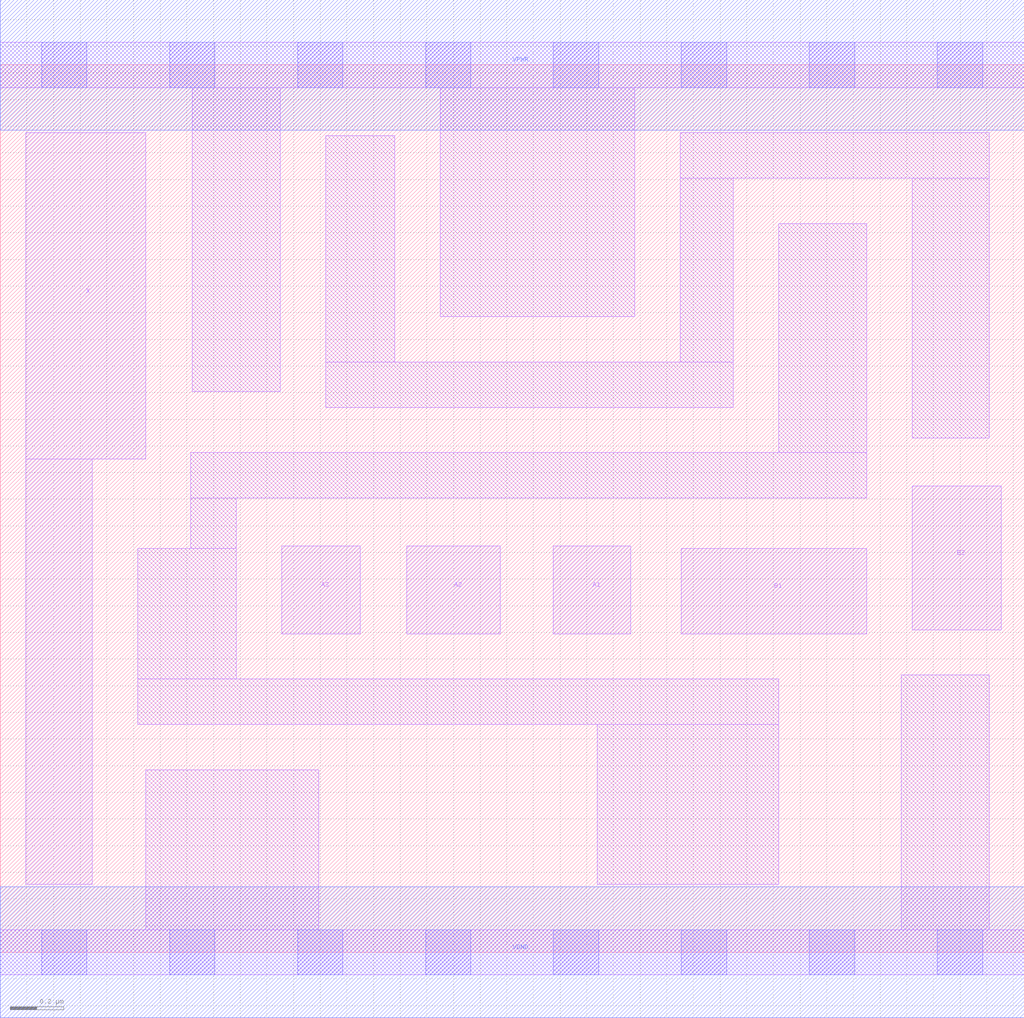
<source format=lef>
# Copyright 2020 The SkyWater PDK Authors
#
# Licensed under the Apache License, Version 2.0 (the "License");
# you may not use this file except in compliance with the License.
# You may obtain a copy of the License at
#
#     https://www.apache.org/licenses/LICENSE-2.0
#
# Unless required by applicable law or agreed to in writing, software
# distributed under the License is distributed on an "AS IS" BASIS,
# WITHOUT WARRANTIES OR CONDITIONS OF ANY KIND, either express or implied.
# See the License for the specific language governing permissions and
# limitations under the License.
#
# SPDX-License-Identifier: Apache-2.0

VERSION 5.7 ;
  NAMESCASESENSITIVE ON ;
  NOWIREEXTENSIONATPIN ON ;
  DIVIDERCHAR "/" ;
  BUSBITCHARS "[]" ;
UNITS
  DATABASE MICRONS 200 ;
END UNITS
MACRO sky130_fd_sc_lp__a32o_1
  CLASS CORE ;
  SOURCE USER ;
  FOREIGN sky130_fd_sc_lp__a32o_1 ;
  ORIGIN  0.000000  0.000000 ;
  SIZE  3.840000 BY  3.330000 ;
  SYMMETRY X Y R90 ;
  SITE unit ;
  PIN A1
    ANTENNAGATEAREA  0.315000 ;
    DIRECTION INPUT ;
    USE SIGNAL ;
    PORT
      LAYER li1 ;
        RECT 2.075000 1.195000 2.365000 1.525000 ;
    END
  END A1
  PIN A2
    ANTENNAGATEAREA  0.315000 ;
    DIRECTION INPUT ;
    USE SIGNAL ;
    PORT
      LAYER li1 ;
        RECT 1.525000 1.195000 1.875000 1.525000 ;
    END
  END A2
  PIN A3
    ANTENNAGATEAREA  0.315000 ;
    DIRECTION INPUT ;
    USE SIGNAL ;
    PORT
      LAYER li1 ;
        RECT 1.055000 1.195000 1.350000 1.525000 ;
    END
  END A3
  PIN B1
    ANTENNAGATEAREA  0.315000 ;
    DIRECTION INPUT ;
    USE SIGNAL ;
    PORT
      LAYER li1 ;
        RECT 2.555000 1.195000 3.250000 1.515000 ;
    END
  END B1
  PIN B2
    ANTENNAGATEAREA  0.315000 ;
    DIRECTION INPUT ;
    USE SIGNAL ;
    PORT
      LAYER li1 ;
        RECT 3.420000 1.210000 3.755000 1.750000 ;
    END
  END B2
  PIN X
    ANTENNADIFFAREA  0.556500 ;
    DIRECTION OUTPUT ;
    USE SIGNAL ;
    PORT
      LAYER li1 ;
        RECT 0.095000 0.255000 0.345000 1.850000 ;
        RECT 0.095000 1.850000 0.545000 3.075000 ;
    END
  END X
  PIN VGND
    DIRECTION INOUT ;
    USE GROUND ;
    PORT
      LAYER met1 ;
        RECT 0.000000 -0.245000 3.840000 0.245000 ;
    END
  END VGND
  PIN VPWR
    DIRECTION INOUT ;
    USE POWER ;
    PORT
      LAYER met1 ;
        RECT 0.000000 3.085000 3.840000 3.575000 ;
    END
  END VPWR
  OBS
    LAYER li1 ;
      RECT 0.000000 -0.085000 3.840000 0.085000 ;
      RECT 0.000000  3.245000 3.840000 3.415000 ;
      RECT 0.515000  0.855000 2.920000 1.025000 ;
      RECT 0.515000  1.025000 0.885000 1.515000 ;
      RECT 0.545000  0.085000 1.195000 0.685000 ;
      RECT 0.715000  1.515000 0.885000 1.705000 ;
      RECT 0.715000  1.705000 3.250000 1.875000 ;
      RECT 0.720000  2.105000 1.050000 3.245000 ;
      RECT 1.220000  2.045000 2.750000 2.215000 ;
      RECT 1.220000  2.215000 1.480000 3.065000 ;
      RECT 1.650000  2.385000 2.380000 3.245000 ;
      RECT 2.240000  0.255000 2.920000 0.855000 ;
      RECT 2.550000  2.215000 2.750000 2.905000 ;
      RECT 2.550000  2.905000 3.710000 3.075000 ;
      RECT 2.920000  1.875000 3.250000 2.735000 ;
      RECT 3.380000  0.085000 3.710000 1.040000 ;
      RECT 3.420000  1.930000 3.710000 2.905000 ;
    LAYER mcon ;
      RECT 0.155000 -0.085000 0.325000 0.085000 ;
      RECT 0.155000  3.245000 0.325000 3.415000 ;
      RECT 0.635000 -0.085000 0.805000 0.085000 ;
      RECT 0.635000  3.245000 0.805000 3.415000 ;
      RECT 1.115000 -0.085000 1.285000 0.085000 ;
      RECT 1.115000  3.245000 1.285000 3.415000 ;
      RECT 1.595000 -0.085000 1.765000 0.085000 ;
      RECT 1.595000  3.245000 1.765000 3.415000 ;
      RECT 2.075000 -0.085000 2.245000 0.085000 ;
      RECT 2.075000  3.245000 2.245000 3.415000 ;
      RECT 2.555000 -0.085000 2.725000 0.085000 ;
      RECT 2.555000  3.245000 2.725000 3.415000 ;
      RECT 3.035000 -0.085000 3.205000 0.085000 ;
      RECT 3.035000  3.245000 3.205000 3.415000 ;
      RECT 3.515000 -0.085000 3.685000 0.085000 ;
      RECT 3.515000  3.245000 3.685000 3.415000 ;
  END
END sky130_fd_sc_lp__a32o_1
END LIBRARY

</source>
